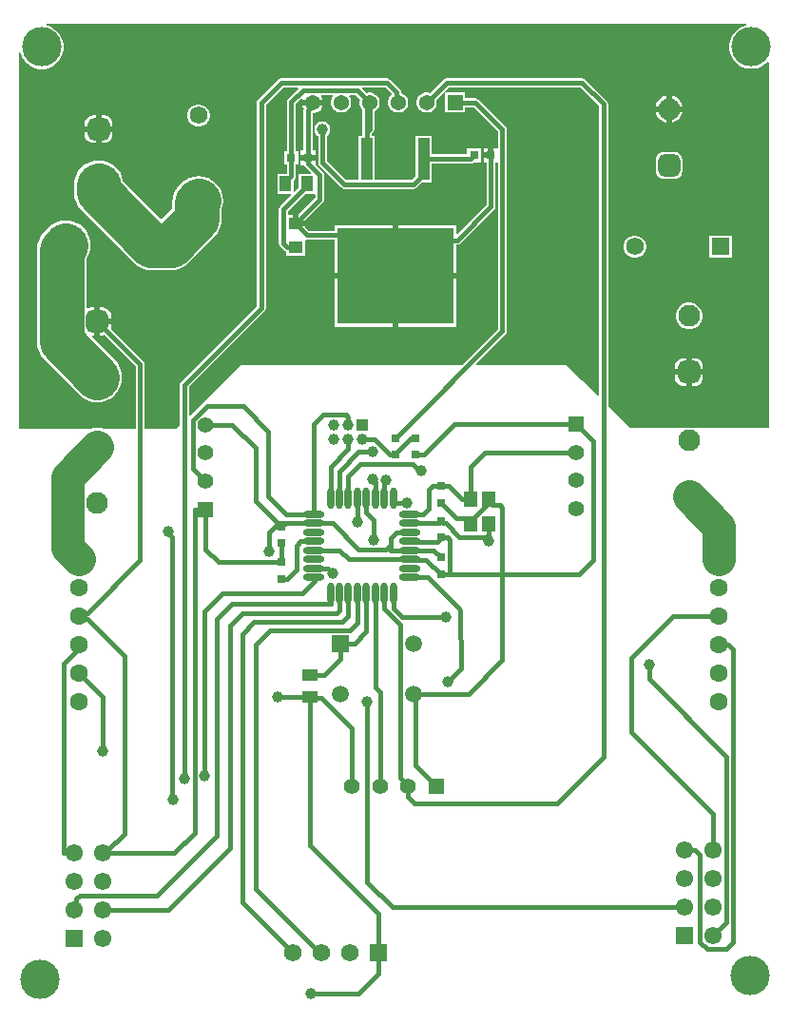
<source format=gtl>
G04*
G04 #@! TF.GenerationSoftware,Altium Limited,Altium Designer,24.1.2 (44)*
G04*
G04 Layer_Physical_Order=1*
G04 Layer_Color=255*
%FSLAX44Y44*%
%MOMM*%
G71*
G04*
G04 #@! TF.SameCoordinates,39C99C51-67B2-4763-82E7-AA0615DA2B54*
G04*
G04*
G04 #@! TF.FilePolarity,Positive*
G04*
G01*
G75*
%ADD17R,1.0200X3.7400*%
%ADD18R,1.0100X1.3800*%
%ADD19R,1.1500X1.4000*%
%ADD20R,0.8000X0.8000*%
%ADD21R,1.3000X1.1000*%
%ADD22R,0.8000X0.8000*%
%ADD23O,0.6000X1.9500*%
%ADD24O,1.9500X0.6000*%
%ADD25R,1.3800X1.0100*%
%ADD38R,1.4000X1.4000*%
%ADD39C,1.4000*%
%ADD40R,1.5700X1.5700*%
%ADD41C,1.5700*%
%ADD52R,1.4000X1.4000*%
%ADD58R,10.3700X8.5600*%
%ADD59C,3.0000*%
%ADD60C,0.3810*%
%ADD61C,4.0000*%
G04:AMPARAMS|DCode=62|XSize=1.95mm|YSize=1.95mm|CornerRadius=0.4875mm|HoleSize=0mm|Usage=FLASHONLY|Rotation=90.000|XOffset=0mm|YOffset=0mm|HoleType=Round|Shape=RoundedRectangle|*
%AMROUNDEDRECTD62*
21,1,1.9500,0.9750,0,0,90.0*
21,1,0.9750,1.9500,0,0,90.0*
1,1,0.9750,0.4875,0.4875*
1,1,0.9750,0.4875,-0.4875*
1,1,0.9750,-0.4875,-0.4875*
1,1,0.9750,-0.4875,0.4875*
%
%ADD62ROUNDEDRECTD62*%
%ADD63C,1.9500*%
%ADD64C,1.5500*%
%ADD65R,1.5500X1.5500*%
%ADD66C,1.3700*%
%ADD67R,1.3700X1.3700*%
%ADD68C,1.4980*%
%ADD69R,1.4980X1.4980*%
%ADD70C,1.5800*%
%ADD71R,1.5800X1.5800*%
%ADD72C,1.6000*%
G04:AMPARAMS|DCode=73|XSize=1.6mm|YSize=1.6mm|CornerRadius=0.4mm|HoleSize=0mm|Usage=FLASHONLY|Rotation=270.000|XOffset=0mm|YOffset=0mm|HoleType=Round|Shape=RoundedRectangle|*
%AMROUNDEDRECTD73*
21,1,1.6000,0.8000,0,0,270.0*
21,1,0.8000,1.6000,0,0,270.0*
1,1,0.8000,-0.4000,-0.4000*
1,1,0.8000,-0.4000,0.4000*
1,1,0.8000,0.4000,0.4000*
1,1,0.8000,0.4000,-0.4000*
%
%ADD73ROUNDEDRECTD73*%
%ADD74C,3.5000*%
%ADD75R,1.0000X1.0000*%
%ADD76C,1.0000*%
%ADD77R,1.5800X1.5800*%
%ADD78C,1.2700*%
G36*
X880179Y1092200D02*
X879163Y1091998D01*
X875608Y1090526D01*
X872409Y1088388D01*
X869688Y1085667D01*
X867551Y1082468D01*
X866078Y1078914D01*
X865328Y1075140D01*
Y1071293D01*
X866078Y1067519D01*
X867551Y1063965D01*
X869688Y1060766D01*
X872409Y1058045D01*
X875608Y1055908D01*
X879163Y1054435D01*
X882936Y1053685D01*
X886784D01*
X890557Y1054435D01*
X894112Y1055908D01*
X897311Y1058045D01*
X899160Y1059894D01*
X900430Y1059368D01*
Y1055908D01*
Y1037245D01*
Y1027329D01*
Y1015682D01*
Y1002495D01*
Y991346D01*
Y979344D01*
Y972615D01*
Y960162D01*
Y951644D01*
Y943211D01*
Y930910D01*
Y915732D01*
X900430Y902090D01*
Y894042D01*
Y887402D01*
Y874907D01*
Y845372D01*
Y835141D01*
Y816778D01*
Y798392D01*
Y792205D01*
Y763255D01*
Y761311D01*
Y734060D01*
X832175D01*
X830861Y734412D01*
X827759D01*
X826445Y734060D01*
X777240D01*
X757124Y753537D01*
Y1022350D01*
X756819Y1023886D01*
X755948Y1025188D01*
X736898Y1044238D01*
X735596Y1045109D01*
X734060Y1045414D01*
X613410D01*
X611874Y1045109D01*
X610572Y1044238D01*
X598405Y1032072D01*
X596799Y1032502D01*
X594461D01*
X592202Y1031897D01*
X590176Y1030727D01*
X588523Y1029074D01*
X587353Y1027048D01*
X586748Y1024789D01*
Y1022451D01*
X587353Y1020192D01*
X588523Y1018166D01*
X590176Y1016513D01*
X592202Y1015343D01*
X594461Y1014738D01*
X596799D01*
X599058Y1015343D01*
X601084Y1016513D01*
X602737Y1018166D01*
X603907Y1020192D01*
X604512Y1022451D01*
Y1024789D01*
X604082Y1026395D01*
X615073Y1037386D01*
X732397D01*
X749096Y1020687D01*
Y762938D01*
X747926Y762443D01*
X747087Y763255D01*
X719528Y789940D01*
X639916D01*
X639430Y791113D01*
X665778Y817462D01*
X666649Y818764D01*
X666954Y820300D01*
Y999490D01*
X666649Y1001026D01*
X665778Y1002328D01*
X641648Y1026458D01*
X640346Y1027329D01*
X638810Y1027634D01*
X629912D01*
Y1032502D01*
X612148D01*
Y1014738D01*
X629912D01*
Y1019606D01*
X637147D01*
X658926Y997827D01*
Y983170D01*
X655320D01*
Y976630D01*
X652780D01*
Y974090D01*
X646240D01*
Y970090D01*
X648766D01*
Y932573D01*
X623253Y907060D01*
X622080Y907546D01*
Y914660D01*
X570230D01*
Y871860D01*
X622080D01*
Y897139D01*
X623023D01*
X624560Y897445D01*
X625862Y898315D01*
X655618Y928072D01*
X656489Y929374D01*
X656794Y930910D01*
Y970090D01*
X658926D01*
Y821963D01*
X626903Y789940D01*
X431104D01*
X384914Y745193D01*
X383744Y745689D01*
Y770497D01*
X451148Y837902D01*
X452019Y839204D01*
X452324Y840740D01*
Y1021957D01*
X467753Y1037386D01*
X480885D01*
X481411Y1036116D01*
X472262Y1026966D01*
X471391Y1025664D01*
X471086Y1024128D01*
Y980376D01*
X469068D01*
Y968312D01*
X471086D01*
Y960162D01*
X462868D01*
Y942298D01*
X474460D01*
X474946Y941125D01*
X465284Y931462D01*
X464413Y930160D01*
X464108Y928624D01*
Y898144D01*
X464413Y896608D01*
X465284Y895306D01*
X468417Y892172D01*
X469720Y891302D01*
X470258Y891195D01*
Y887478D01*
X487322D01*
Y900679D01*
X488592Y901635D01*
X489290Y901496D01*
X513300D01*
Y871860D01*
X565150D01*
Y914660D01*
X513300D01*
Y909524D01*
X490953D01*
X487830Y912647D01*
Y913470D01*
X478790D01*
Y916010D01*
X476250D01*
Y924050D01*
X472136D01*
Y926961D01*
X487473Y942298D01*
X496032D01*
X496366Y941166D01*
Y939263D01*
X481330Y924227D01*
Y918550D01*
X487830D01*
Y919373D01*
X503218Y934761D01*
X504089Y936064D01*
X504394Y937600D01*
Y959238D01*
X504089Y960774D01*
X503218Y962076D01*
X496640Y968655D01*
Y971804D01*
X490100D01*
X483560D01*
Y967804D01*
X486510D01*
X487262Y966680D01*
X492606Y961335D01*
X492120Y960162D01*
X481868D01*
Y948047D01*
X478205Y944384D01*
X477032Y944870D01*
Y954485D01*
X477938Y955392D01*
X478809Y956694D01*
X479114Y958230D01*
Y968312D01*
X481132D01*
Y980376D01*
X479114D01*
Y1022465D01*
X483991Y1027343D01*
X485130Y1026685D01*
X484989Y1026160D01*
X494030D01*
X503071D01*
X502780Y1027244D01*
X501696Y1029123D01*
X502159Y1030393D01*
X511982D01*
X512468Y1029219D01*
X512323Y1029074D01*
X511153Y1027048D01*
X510548Y1024789D01*
Y1022451D01*
X511153Y1020192D01*
X512323Y1018166D01*
X513976Y1016513D01*
X516002Y1015343D01*
X518261Y1014738D01*
X520599D01*
X522858Y1015343D01*
X524884Y1016513D01*
X526537Y1018166D01*
X527707Y1020192D01*
X528312Y1022451D01*
Y1024789D01*
X527707Y1027048D01*
X526537Y1029074D01*
X526392Y1029219D01*
X526878Y1030393D01*
X532380D01*
X536378Y1026395D01*
X535948Y1024789D01*
Y1022451D01*
X536553Y1020192D01*
X537723Y1018166D01*
X538276Y1017613D01*
Y997204D01*
Y994152D01*
X535158D01*
Y954797D01*
X524080D01*
X506934Y971943D01*
Y994146D01*
X506947Y994154D01*
X508256Y995463D01*
X509182Y997066D01*
X509661Y998855D01*
Y1000706D01*
X509182Y1002495D01*
X508256Y1004098D01*
X506947Y1005408D01*
X505344Y1006333D01*
X503555Y1006813D01*
X501704D01*
X499915Y1006333D01*
X498312Y1005408D01*
X497002Y1004098D01*
X496077Y1002495D01*
X495597Y1000706D01*
Y998855D01*
X496077Y997066D01*
X497002Y995463D01*
X498312Y994154D01*
X498906Y993811D01*
Y970280D01*
X499211Y968744D01*
X500082Y967442D01*
X519579Y947944D01*
X520881Y947074D01*
X522417Y946769D01*
X583753D01*
X585289Y947074D01*
X586591Y947944D01*
X591335Y952688D01*
X600222D01*
Y969406D01*
X634570D01*
X636106Y969711D01*
X637408Y970582D01*
X637425Y970598D01*
X643812D01*
Y982662D01*
X631748D01*
Y977434D01*
X600222D01*
Y994152D01*
X585958D01*
Y958665D01*
X582090Y954797D01*
X549422D01*
Y994152D01*
X546304D01*
Y995541D01*
X547668Y996906D01*
X548539Y998208D01*
X548844Y999744D01*
Y1015682D01*
X550284Y1016513D01*
X551937Y1018166D01*
X553107Y1020192D01*
X553712Y1022451D01*
Y1024789D01*
X553107Y1027048D01*
X551937Y1029074D01*
X550284Y1030727D01*
X548258Y1031897D01*
X545999Y1032502D01*
X543661D01*
X542055Y1032072D01*
X538011Y1036116D01*
X538537Y1037386D01*
X558407D01*
X564065Y1031728D01*
X564776Y1030727D01*
X563123Y1029074D01*
X561953Y1027048D01*
X561348Y1024789D01*
Y1022451D01*
X561953Y1020192D01*
X563123Y1018166D01*
X564776Y1016513D01*
X566802Y1015343D01*
X569061Y1014738D01*
X571399D01*
X573658Y1015343D01*
X575684Y1016513D01*
X577337Y1018166D01*
X578507Y1020192D01*
X579112Y1022451D01*
Y1024789D01*
X578507Y1027048D01*
X577337Y1029074D01*
X575684Y1030727D01*
X573658Y1031897D01*
X572979Y1032079D01*
Y1032505D01*
X572674Y1034041D01*
X571804Y1035343D01*
X562908Y1044238D01*
X561606Y1045109D01*
X560070Y1045414D01*
X466090D01*
X464554Y1045109D01*
X463252Y1044238D01*
X445472Y1026458D01*
X444601Y1025156D01*
X444296Y1023620D01*
Y842403D01*
X376892Y774998D01*
X376021Y773696D01*
X375716Y772160D01*
Y736283D01*
X372110Y732790D01*
X344374D01*
Y790770D01*
X344069Y792306D01*
X343198Y793608D01*
X314364Y822443D01*
X314574Y824035D01*
Y826370D01*
X304760D01*
Y816556D01*
X307095D01*
X308687Y816766D01*
X336346Y789107D01*
Y732790D01*
X309091D01*
X308769Y732962D01*
X305559Y733936D01*
X302220Y734265D01*
X298881Y733936D01*
X295671Y732962D01*
X295349Y732790D01*
X232410D01*
Y1068678D01*
X233680Y1068803D01*
X233949Y1067453D01*
X235421Y1063898D01*
X237558Y1060699D01*
X240279Y1057979D01*
X243478Y1055841D01*
X247033Y1054369D01*
X250806Y1053618D01*
X254654D01*
X258427Y1054369D01*
X261982Y1055841D01*
X265181Y1057979D01*
X267901Y1060699D01*
X270039Y1063898D01*
X271511Y1067453D01*
X272262Y1071226D01*
Y1075074D01*
X271511Y1078847D01*
X270039Y1082402D01*
X267901Y1085601D01*
X265181Y1088322D01*
X261982Y1090459D01*
X258427Y1091931D01*
X257077Y1092200D01*
X257202Y1093470D01*
X880053D01*
X880179Y1092200D01*
D02*
G37*
%LPC*%
G36*
X814070Y1029783D02*
Y1020280D01*
X823573D01*
X822982Y1022484D01*
X821364Y1025286D01*
X819076Y1027574D01*
X816274Y1029192D01*
X814070Y1029783D01*
D02*
G37*
G36*
X808990D02*
X806786Y1029192D01*
X803984Y1027574D01*
X801696Y1025286D01*
X800078Y1022484D01*
X799487Y1020280D01*
X808990D01*
Y1029783D01*
D02*
G37*
G36*
X823573Y1015200D02*
X814070D01*
Y1005697D01*
X816274Y1006287D01*
X819076Y1007906D01*
X821364Y1010194D01*
X822982Y1012996D01*
X823573Y1015200D01*
D02*
G37*
G36*
X808990D02*
X799487D01*
X800078Y1012996D01*
X801696Y1010194D01*
X803984Y1007906D01*
X806786Y1006287D01*
X808990Y1005697D01*
Y1015200D01*
D02*
G37*
G36*
X308405Y1012314D02*
X306070D01*
Y1002500D01*
X315884D01*
Y1004835D01*
X315629Y1006771D01*
X314882Y1008575D01*
X313693Y1010124D01*
X312145Y1011312D01*
X310341Y1012059D01*
X308405Y1012314D01*
D02*
G37*
G36*
X300990D02*
X298655D01*
X296719Y1012059D01*
X294916Y1011312D01*
X293367Y1010124D01*
X292178Y1008575D01*
X291431Y1006771D01*
X291176Y1004835D01*
Y1002500D01*
X300990D01*
Y1012314D01*
D02*
G37*
G36*
X393738Y1022122D02*
X391122D01*
X388596Y1021445D01*
X386332Y1020138D01*
X384482Y1018288D01*
X383175Y1016024D01*
X382498Y1013498D01*
Y1010882D01*
X383175Y1008356D01*
X384482Y1006092D01*
X386332Y1004242D01*
X388596Y1002935D01*
X391122Y1002258D01*
X393738D01*
X396264Y1002935D01*
X398528Y1004242D01*
X400378Y1006092D01*
X401685Y1008356D01*
X402362Y1010882D01*
Y1013498D01*
X401685Y1016024D01*
X400378Y1018288D01*
X398528Y1020138D01*
X396264Y1021445D01*
X393738Y1022122D01*
D02*
G37*
G36*
X315884Y997420D02*
X306070D01*
Y987606D01*
X308405D01*
X310341Y987861D01*
X312145Y988608D01*
X313693Y989797D01*
X314882Y991346D01*
X315629Y993150D01*
X315884Y995085D01*
Y997420D01*
D02*
G37*
G36*
X300990D02*
X291176D01*
Y995085D01*
X291431Y993150D01*
X292178Y991346D01*
X293367Y989797D01*
X294916Y988608D01*
X296719Y987861D01*
X298655Y987606D01*
X300990D01*
Y997420D01*
D02*
G37*
G36*
X650240Y983170D02*
X646240D01*
Y979170D01*
X650240D01*
Y983170D01*
D02*
G37*
G36*
X503071Y1021080D02*
X494030D01*
X484989D01*
X485280Y1019996D01*
X486320Y1018193D01*
X486086Y1017014D01*
Y980884D01*
X483560D01*
Y976884D01*
X490100D01*
X496640D01*
Y980884D01*
X494114D01*
Y1014230D01*
X495266D01*
X497654Y1014870D01*
X499796Y1016106D01*
X501544Y1017854D01*
X502780Y1019996D01*
X503071Y1021080D01*
D02*
G37*
G36*
X816405Y979582D02*
X806655D01*
X804852Y979344D01*
X803172Y978648D01*
X801729Y977541D01*
X800622Y976098D01*
X799926Y974418D01*
X799688Y972615D01*
Y962865D01*
X799926Y961062D01*
X800622Y959382D01*
X801729Y957939D01*
X803172Y956832D01*
X804852Y956136D01*
X806655Y955898D01*
X816405D01*
X818208Y956136D01*
X819888Y956832D01*
X821331Y957939D01*
X822438Y959382D01*
X823134Y961062D01*
X823372Y962865D01*
Y972615D01*
X823134Y974418D01*
X822438Y976098D01*
X821331Y977541D01*
X819888Y978648D01*
X818208Y979344D01*
X816405Y979582D01*
D02*
G37*
G36*
X867182Y905282D02*
X847318D01*
Y885418D01*
X867182D01*
Y905282D01*
D02*
G37*
G36*
X782358D02*
X779742D01*
X777216Y904605D01*
X774952Y903298D01*
X773102Y901448D01*
X771795Y899184D01*
X771118Y896658D01*
Y894042D01*
X771795Y891516D01*
X773102Y889252D01*
X774952Y887402D01*
X777216Y886095D01*
X779742Y885418D01*
X782358D01*
X784884Y886095D01*
X787148Y887402D01*
X788998Y889252D01*
X790305Y891516D01*
X790982Y894042D01*
Y896658D01*
X790305Y899184D01*
X788998Y901448D01*
X787148Y903298D01*
X784884Y904605D01*
X782358Y905282D01*
D02*
G37*
G36*
X303530Y972099D02*
X299211Y971673D01*
X295058Y970413D01*
X291231Y968368D01*
X287876Y965614D01*
X285122Y962260D01*
X283077Y958432D01*
X281817Y954279D01*
X281391Y949960D01*
Y943610D01*
X281817Y939291D01*
X283077Y935138D01*
X285122Y931311D01*
X287876Y927956D01*
X334866Y880966D01*
X338220Y878212D01*
X342048Y876167D01*
X346201Y874907D01*
X350520Y874481D01*
X367729D01*
X372048Y874907D01*
X376201Y876167D01*
X380028Y878212D01*
X383383Y880966D01*
X406814Y904397D01*
X409568Y907752D01*
X411613Y911579D01*
X412873Y915732D01*
X413299Y920051D01*
Y928887D01*
X414143Y931671D01*
X414569Y935990D01*
X414143Y940309D01*
X412883Y944462D01*
X410838Y948289D01*
X408084Y951644D01*
X404729Y954398D01*
X400902Y956443D01*
X396749Y957703D01*
X392430Y958129D01*
X388111Y957703D01*
X383958Y956443D01*
X380131Y954398D01*
X376776Y951644D01*
X375506Y950374D01*
X372752Y947020D01*
X370707Y943192D01*
X369447Y939039D01*
X369021Y934720D01*
Y929222D01*
X359124Y919324D01*
X325360Y953088D01*
X325243Y954279D01*
X323983Y958432D01*
X321938Y962260D01*
X319184Y965614D01*
X315830Y968368D01*
X312002Y970413D01*
X307849Y971673D01*
X303530Y972099D01*
D02*
G37*
G36*
X307095Y841264D02*
X304760D01*
Y831450D01*
X314574D01*
Y833785D01*
X314319Y835721D01*
X313572Y837525D01*
X312383Y839074D01*
X310834Y840262D01*
X309031Y841009D01*
X307095Y841264D01*
D02*
G37*
G36*
X622080Y866780D02*
X570230D01*
Y823980D01*
X622080D01*
Y866780D01*
D02*
G37*
G36*
X565150D02*
X513300D01*
Y823980D01*
X565150D01*
Y866780D01*
D02*
G37*
G36*
X830861Y845372D02*
X827759D01*
X824762Y844569D01*
X822076Y843018D01*
X819882Y840824D01*
X818331Y838138D01*
X817528Y835141D01*
Y832039D01*
X818331Y829042D01*
X819882Y826356D01*
X822076Y824162D01*
X824762Y822611D01*
X827759Y821808D01*
X830861D01*
X833858Y822611D01*
X836544Y824162D01*
X838738Y826356D01*
X840289Y829042D01*
X841092Y832039D01*
Y835141D01*
X840289Y838138D01*
X838738Y840824D01*
X836544Y843018D01*
X833858Y844569D01*
X830861Y845372D01*
D02*
G37*
G36*
X834185Y795944D02*
X831850D01*
Y786130D01*
X841664D01*
Y788465D01*
X841409Y790401D01*
X840662Y792205D01*
X839473Y793753D01*
X837924Y794942D01*
X836121Y795689D01*
X834185Y795944D01*
D02*
G37*
G36*
X826770D02*
X824435D01*
X822499Y795689D01*
X820695Y794942D01*
X819147Y793753D01*
X817958Y792205D01*
X817211Y790401D01*
X816956Y788465D01*
Y786130D01*
X826770D01*
Y795944D01*
D02*
G37*
G36*
X841664Y781050D02*
X831850D01*
Y771236D01*
X834185D01*
X836121Y771491D01*
X837924Y772238D01*
X839473Y773427D01*
X840662Y774976D01*
X841409Y776779D01*
X841664Y778715D01*
Y781050D01*
D02*
G37*
G36*
X826770D02*
X816956D01*
Y778715D01*
X817211Y776779D01*
X817958Y774976D01*
X819147Y773427D01*
X820695Y772238D01*
X822499Y771491D01*
X824435Y771236D01*
X826770D01*
Y781050D01*
D02*
G37*
G36*
X274320Y918759D02*
X270001Y918333D01*
X265848Y917073D01*
X262020Y915028D01*
X258666Y912274D01*
X254783Y908392D01*
X252030Y905037D01*
X249984Y901210D01*
X248725Y897057D01*
X248299Y892738D01*
Y810692D01*
X248725Y806373D01*
X249984Y802220D01*
X252030Y798392D01*
X254783Y795038D01*
X286565Y763255D01*
X289920Y760502D01*
X293748Y758456D01*
X297901Y757197D01*
X302220Y756771D01*
X306539Y757197D01*
X310692Y758456D01*
X314519Y760502D01*
X317874Y763255D01*
X320627Y766610D01*
X322673Y770438D01*
X323933Y774591D01*
X324358Y778910D01*
X323933Y783229D01*
X322673Y787382D01*
X320627Y791209D01*
X317874Y794564D01*
X297016Y815423D01*
X297678Y816556D01*
X299680D01*
Y828910D01*
Y841264D01*
X297345D01*
X295409Y841009D01*
X293846Y840362D01*
X292576Y840893D01*
Y884136D01*
X292728Y884321D01*
X294773Y888148D01*
X296033Y892301D01*
X296459Y896620D01*
X296033Y900939D01*
X294773Y905092D01*
X292728Y908920D01*
X289974Y912274D01*
X286619Y915028D01*
X282792Y917073D01*
X278639Y918333D01*
X274320Y918759D01*
D02*
G37*
%LPD*%
D17*
X542290Y973420D02*
D03*
X593090D02*
D03*
D18*
X469950Y951230D02*
D03*
X488950D02*
D03*
D19*
X634620Y670130D02*
D03*
Y648130D02*
D03*
X650620D02*
D03*
Y670130D02*
D03*
D20*
X652780Y976630D02*
D03*
X637780D02*
D03*
X490100Y974344D02*
D03*
X475100D02*
D03*
D21*
X478790Y916010D02*
D03*
Y895010D02*
D03*
D22*
X567690Y725050D02*
D03*
Y710050D02*
D03*
X585470Y709930D02*
D03*
Y724930D02*
D03*
X608330Y666990D02*
D03*
Y681990D02*
D03*
Y636270D02*
D03*
Y651270D02*
D03*
X466090Y631310D02*
D03*
Y646310D02*
D03*
X608330Y603490D02*
D03*
Y618490D02*
D03*
X466090Y614560D02*
D03*
Y599560D02*
D03*
D23*
X565890Y586470D02*
D03*
X557890D02*
D03*
X549890D02*
D03*
X541890D02*
D03*
X533890D02*
D03*
X525890D02*
D03*
X517890D02*
D03*
X509890D02*
D03*
Y671470D02*
D03*
X517890D02*
D03*
X525890D02*
D03*
X533890D02*
D03*
X541890D02*
D03*
X549890D02*
D03*
X557890D02*
D03*
X565890D02*
D03*
D24*
X495390Y600970D02*
D03*
Y608970D02*
D03*
Y616970D02*
D03*
Y624970D02*
D03*
Y632970D02*
D03*
Y640970D02*
D03*
Y648970D02*
D03*
Y656970D02*
D03*
X580390D02*
D03*
Y648970D02*
D03*
Y640970D02*
D03*
Y632970D02*
D03*
Y624970D02*
D03*
Y616970D02*
D03*
Y608970D02*
D03*
Y600970D02*
D03*
D25*
X491490Y513690D02*
D03*
Y494690D02*
D03*
D38*
X603920Y415120D02*
D03*
D39*
X578920D02*
D03*
X553920D02*
D03*
X528920D02*
D03*
X728980Y662070D02*
D03*
Y687070D02*
D03*
Y712070D02*
D03*
X398780Y686600D02*
D03*
Y711600D02*
D03*
Y736600D02*
D03*
D40*
X552450Y266700D02*
D03*
D41*
X527050D02*
D03*
X501650D02*
D03*
X476250D02*
D03*
D52*
X728980Y737070D02*
D03*
X398780Y661600D02*
D03*
D58*
X567690Y869320D02*
D03*
D59*
X829310Y672630D02*
X855980Y645960D01*
Y617220D02*
Y645960D01*
X275438Y627532D02*
Y690368D01*
Y627532D02*
X285750Y617220D01*
X275438Y690368D02*
X302220Y717150D01*
D60*
X568965Y1024885D02*
X570230Y1023620D01*
X568965Y1024885D02*
Y1032505D01*
X466090Y1041400D02*
X560070D01*
X568965Y1032505D01*
X448310Y1023620D02*
X466090Y1041400D01*
X734060D02*
X753110Y1022350D01*
X595630Y1023620D02*
X613410Y1041400D01*
X734060D01*
X379730Y772160D02*
X448310Y840740D01*
Y1023620D01*
X379730Y670478D02*
X379937Y670271D01*
Y421640D02*
Y670271D01*
X379730Y670478D02*
Y772160D01*
X387843Y697537D02*
Y741130D01*
X399823Y753110D01*
X432054D01*
X387843Y697537D02*
X398780Y686600D01*
X414020Y586740D02*
X484886D01*
X355600Y317500D02*
X408987Y370887D01*
X290830Y566420D02*
Y568202D01*
X495554Y597408D02*
Y600970D01*
X388874Y661600D02*
X398780D01*
X397811Y424180D02*
Y570531D01*
X388874Y373634D02*
Y661600D01*
X422402Y577342D02*
X509890D01*
X408987Y563927D02*
X422402Y577342D01*
X397811Y570531D02*
X414020Y586740D01*
X408987Y370887D02*
Y563927D01*
X370840Y355600D02*
X388874Y373634D01*
X495554Y597408D02*
Y600970D01*
X475100Y958230D02*
Y974344D01*
Y1024128D01*
X485379Y1034407D01*
X534043D01*
X542290Y997204D02*
Y1026160D01*
X502920Y970280D02*
Y999490D01*
X534043Y1034407D02*
X542290Y1026160D01*
X502629Y999781D02*
X502920Y999490D01*
X365713Y639675D02*
Y641350D01*
X368808Y403352D02*
X369570Y402590D01*
X365713Y639675D02*
X368808Y636580D01*
Y403352D02*
Y636580D01*
X495300Y656970D02*
Y737362D01*
X470790Y656970D02*
X495390D01*
X578920Y405838D02*
Y415535D01*
X565890Y667004D02*
X578151D01*
X596640Y600970D02*
X624724Y572886D01*
X625817Y571793D01*
X272288Y355600D02*
Y523748D01*
X463296Y648970D02*
X470417D01*
X542290Y997204D02*
Y1026160D01*
X463296Y648970D02*
X470417D01*
X272288Y355600D02*
Y523748D01*
X489290Y905510D02*
X531500D01*
X326390Y372364D02*
Y530860D01*
X307340Y356867D02*
X310893D01*
Y355600D02*
X370840D01*
X422402Y577342D02*
X509890D01*
X565890Y667004D02*
X578151D01*
X490100Y974344D02*
Y1017014D01*
Y969518D02*
Y974344D01*
X302220Y828910D02*
X340360Y790770D01*
X307340Y445770D02*
Y494030D01*
X285750Y515620D02*
X307340Y494030D01*
X492760Y229870D02*
X534670D01*
X552450Y247650D01*
X491490Y361950D02*
X552450Y300990D01*
Y266700D02*
Y300990D01*
X491490Y361950D02*
Y494690D01*
X552450Y247650D02*
Y266700D01*
X492373Y493807D02*
X501873D01*
X491490Y494690D02*
X492373Y493807D01*
X463042Y494690D02*
X491490D01*
X443230Y323208D02*
Y541020D01*
X499738Y266700D02*
X501650D01*
X443230Y323208D02*
X499738Y266700D01*
X431323Y311627D02*
X476250Y266700D01*
X542290Y997204D02*
X544830Y999744D01*
Y1023620D01*
X542290Y973420D02*
Y997204D01*
X634570Y973420D02*
X637780Y976630D01*
X593090Y973420D02*
X634570D01*
X293162Y568752D02*
X340360Y615950D01*
Y790770D01*
X285750Y566420D02*
X290830D01*
Y568202D02*
X291381Y568752D01*
X293162D01*
X778256Y529336D02*
X815340Y566420D01*
X778256Y462788D02*
Y529336D01*
X815340Y566420D02*
X855980D01*
X793750Y510540D02*
Y523240D01*
Y510540D02*
X862838Y441452D01*
Y293878D02*
Y441452D01*
X778256Y462788D02*
X850900Y390144D01*
X583753Y950783D02*
X589595Y956625D01*
X522417Y950783D02*
X583753D01*
X593090Y959820D02*
Y973420D01*
X589895Y956625D02*
X593090Y959820D01*
X589595Y956625D02*
X589895D01*
X502920Y970280D02*
X522417Y950783D01*
X585817Y433223D02*
Y496367D01*
Y433223D02*
X603920Y415120D01*
X585817Y496367D02*
X586380Y496930D01*
X632820D01*
X583680D02*
X586380D01*
X572008Y422447D02*
Y558800D01*
Y422447D02*
X578920Y415535D01*
X466090Y646310D02*
X468185Y648405D01*
X460636Y646310D02*
X466090D01*
X460636D02*
X463296Y648970D01*
X455168Y640842D02*
X460636Y646310D01*
X483385Y920605D02*
X500380Y937600D01*
X490100Y969518D02*
X500380Y959238D01*
Y937600D02*
Y959238D01*
X479790Y916010D02*
X483385Y919605D01*
Y920605D01*
X478790Y916010D02*
X479790D01*
X469950Y953080D02*
X475100Y958230D01*
X469950Y951230D02*
Y953080D01*
X454660Y673100D02*
Y730504D01*
Y673100D02*
X470790Y656970D01*
X432054Y753110D02*
X454660Y730504D01*
X443350Y668916D02*
X463296Y648970D01*
X443350Y668916D02*
Y715906D01*
X535225Y625555D02*
X559562D01*
X511810Y648970D02*
X535225Y625555D01*
X495390Y648970D02*
X511810D01*
X470417D02*
X495390D01*
X518030Y624970D02*
X526030Y616970D01*
X580390D01*
X495390Y624970D02*
X518030D01*
X565150Y307340D02*
X825500D01*
X542798Y329692D02*
X565150Y307340D01*
X542798Y329692D02*
Y490220D01*
X850900Y281940D02*
X862838Y293878D01*
X862330Y270002D02*
X868680Y276352D01*
X864108Y541020D02*
X868680Y536448D01*
Y276352D02*
Y536448D01*
X855980Y541020D02*
X864108D01*
X845312Y270002D02*
X862330D01*
X838962Y276352D02*
X845312Y270002D01*
X455930Y553720D02*
X527050D01*
X533890Y560560D01*
X443230Y541020D02*
X455930Y553720D01*
X293162Y564088D02*
X326390Y530860D01*
X310893Y356867D02*
X326390Y372364D01*
X625839Y570246D02*
X626532Y521458D01*
X580390Y600970D02*
X596640D01*
X625817Y571793D02*
X625839Y570246D01*
X614680Y508000D02*
X626532Y519852D01*
Y521458D01*
X548640Y634492D02*
Y652018D01*
X495390Y608970D02*
X507868D01*
X541890Y658768D02*
X548640Y652018D01*
X533890Y650222D02*
Y671470D01*
X507868Y608970D02*
X512064Y604774D01*
X541890Y658768D02*
Y671470D01*
X542575Y490443D02*
X542798Y490220D01*
X565890Y573180D02*
X573710Y565360D01*
X612996D01*
X285750Y537722D02*
Y541020D01*
X272288Y523748D02*
X281767Y533227D01*
Y533738D01*
X285750Y537722D01*
X290830Y564638D02*
X291381Y564088D01*
X293162D01*
X455168Y623570D02*
Y640842D01*
X272288Y355600D02*
X281940D01*
X838962Y276352D02*
Y353568D01*
X834390Y358140D02*
X838962Y353568D01*
X825500Y358140D02*
X834390D01*
X565890Y573180D02*
Y586470D01*
X549890Y671470D02*
Y686074D01*
X547624Y688340D02*
X549890Y686074D01*
X850900Y358140D02*
Y390144D01*
X580390Y624970D02*
X601850D01*
X563927D02*
X580390D01*
X650620Y668880D02*
Y670130D01*
Y667002D02*
Y668880D01*
X608330Y681990D02*
X615442D01*
X600710D02*
X608330D01*
X654465Y665035D02*
X660708D01*
X650620Y668880D02*
X654465Y665035D01*
X662940Y603490D02*
Y662803D01*
X660708Y665035D02*
X662940Y662803D01*
X744220Y616190D02*
Y721830D01*
X728980Y737070D02*
X744220Y721830D01*
X731520Y603490D02*
X744220Y616190D01*
X711962Y399542D02*
X753110Y440690D01*
Y1022350D01*
X490100Y1017014D02*
X494030Y1020944D01*
Y1023620D01*
X585216Y399542D02*
X711962D01*
X307340Y355600D02*
Y356867D01*
X468185Y648405D02*
X469852D01*
X470417Y648970D01*
X536702Y701802D02*
X583033D01*
X525890Y690990D02*
X536702Y701802D01*
X525890Y671470D02*
Y690990D01*
X597450Y662220D02*
Y678730D01*
X600710Y681990D01*
X580390Y656970D02*
X592200D01*
X597450Y662220D01*
X580530Y632830D02*
X604890D01*
X608330Y636270D01*
X614172D01*
X595269Y616551D02*
X608330Y603490D01*
X580809Y616551D02*
X595269D01*
X601850Y624970D02*
X608330Y618490D01*
X580390Y616970D02*
X580809Y616551D01*
X634620Y649380D02*
Y651002D01*
X630775Y653225D02*
X634620Y649380D01*
X622095Y653225D02*
X630775D01*
X634620Y648130D02*
Y649380D01*
X608330Y666990D02*
X622095Y653225D01*
X533890Y560560D02*
Y586470D01*
X431323Y311627D02*
Y550703D01*
X286512Y317500D02*
X355600D01*
X283587Y306447D02*
Y314575D01*
X281940Y304800D02*
X283587Y306447D01*
Y314575D02*
X286512Y317500D01*
X307340Y304800D02*
X365760D01*
X420370Y359410D02*
Y557530D01*
X365760Y304800D02*
X420370Y359410D01*
Y557530D02*
X431800Y568960D01*
X509890Y577342D02*
Y586470D01*
X495390Y600970D02*
X495554D01*
X484886Y586740D02*
X495554Y597408D01*
X410076Y614560D02*
X466090D01*
X431800Y568960D02*
X515659D01*
X431323Y550703D02*
X441960Y561340D01*
X528920Y415120D02*
Y466760D01*
X501873Y493807D02*
X528920Y466760D01*
X606785Y649175D02*
X608330Y651270D01*
X580390Y648970D02*
X606287D01*
X606785Y649175D01*
X634620Y651002D02*
X650620Y667002D01*
X485805Y946235D02*
X488950Y949380D01*
Y951230D01*
X468122Y928624D02*
X485733Y946235D01*
X485805D01*
X468122Y898144D02*
Y928624D01*
X478790Y916010D02*
X489290Y905510D01*
X531500D02*
X567690Y869320D01*
X599523Y901153D01*
X623023D02*
X652780Y930910D01*
X599523Y901153D02*
X623023D01*
X652780Y930910D02*
Y976630D01*
X662940Y820300D02*
Y999490D01*
X567690Y725050D02*
X662940Y820300D01*
X638810Y1023620D02*
X662940Y999490D01*
X593344Y709930D02*
X620484Y737070D01*
X728980D01*
X585470Y709930D02*
X593344D01*
X621030Y1023620D02*
X638810D01*
X565890Y667004D02*
Y671470D01*
X612697Y649175D02*
X624840Y637032D01*
X608330Y651270D02*
X610425Y649175D01*
X612697D01*
X614412Y603490D02*
X662940D01*
X632820Y496930D02*
X662940Y527050D01*
Y603490D01*
X731520D01*
X650620Y633476D02*
Y639444D01*
X441960Y561340D02*
X520573D01*
X525890Y566657D01*
X517890Y571192D02*
Y586470D01*
X515659Y568960D02*
X517890Y571192D01*
X583033Y701802D02*
X588875Y695960D01*
X590550D01*
X563927Y624970D02*
Y629920D01*
X559562Y625555D02*
X563927Y629920D01*
Y635937D01*
X608330Y603490D02*
X614412D01*
X483616Y632970D02*
X495390D01*
X479552Y628906D02*
X483616Y632970D01*
X479552Y607688D02*
Y628906D01*
X471424Y599560D02*
X479552Y607688D01*
X466090Y599560D02*
X471424D01*
X563927Y635937D02*
X568960Y640970D01*
X580390D01*
X398780Y736600D02*
X422656D01*
X443350Y715906D01*
X549890Y502632D02*
Y586470D01*
Y502632D02*
X553920Y498602D01*
Y415120D02*
Y498602D01*
X650620Y639444D02*
Y648130D01*
X648208Y637032D02*
X650620Y639444D01*
X624840Y637032D02*
X648208D01*
X509890Y671470D02*
Y699421D01*
X525780Y715311D01*
Y723900D01*
X398780Y625856D02*
X410076Y614560D01*
X398780Y625856D02*
Y661600D01*
X466090Y614560D02*
Y631310D01*
X614412Y603490D02*
X616458Y605536D01*
Y633984D01*
X614172Y636270D02*
X616458Y633984D01*
X557890Y685906D02*
X559054Y687070D01*
X557890Y671470D02*
Y685906D01*
X535178Y712724D02*
X547624D01*
X517890Y695436D02*
X535178Y712724D01*
X517890Y671470D02*
Y695436D01*
X471256Y895010D02*
X478790D01*
X468122Y898144D02*
X471256Y895010D01*
X541890Y552704D02*
Y586470D01*
X531116Y541930D02*
X541890Y552704D01*
X518680Y541930D02*
X531116D01*
X518680Y528320D02*
Y541930D01*
X504050Y513690D02*
X518680Y528320D01*
X491490Y513690D02*
X504050D01*
X538480Y723900D02*
X549148D01*
X562998Y710050D01*
X567690D01*
X581152Y724930D02*
X585470D01*
X567690Y711468D02*
X581152Y724930D01*
X567690Y710050D02*
Y711468D01*
X525890Y566657D02*
Y586470D01*
X578920Y405838D02*
X585216Y399542D01*
X557890Y572918D02*
X572008Y558800D01*
X557890Y572918D02*
Y586470D01*
X634620Y670130D02*
Y699008D01*
X647682Y712070D01*
X728980D01*
X627302Y670130D02*
X634620D01*
X615442Y681990D02*
X627302Y670130D01*
X525780Y736600D02*
Y743712D01*
X523494Y745998D02*
X525780Y743712D01*
X503936Y745998D02*
X523494D01*
X495300Y737362D02*
X503936Y745998D01*
D61*
X391160Y920051D02*
Y934720D01*
X392430Y935990D01*
X367729Y896620D02*
X391160Y920051D01*
X350520Y896620D02*
X367729D01*
X303530Y943610D02*
Y949960D01*
Y943610D02*
X350520Y896620D01*
X270438Y892738D02*
X274320Y896620D01*
X270438Y810692D02*
X302220Y778910D01*
X270438Y810692D02*
Y892738D01*
D62*
X829310Y672630D02*
D03*
X302220Y828910D02*
D03*
Y717150D02*
D03*
X811530Y967740D02*
D03*
X303530Y999960D02*
D03*
X829310Y783590D02*
D03*
D63*
Y722630D02*
D03*
X302220Y778910D02*
D03*
Y667150D02*
D03*
X811530Y1017740D02*
D03*
X303530Y949960D02*
D03*
X829310Y833590D02*
D03*
D64*
X281940Y304800D02*
D03*
Y330200D02*
D03*
Y355600D02*
D03*
X307340Y279400D02*
D03*
Y304800D02*
D03*
Y330200D02*
D03*
Y355600D02*
D03*
X850900Y358140D02*
D03*
Y332740D02*
D03*
Y307340D02*
D03*
Y281940D02*
D03*
X825500Y358140D02*
D03*
Y332740D02*
D03*
Y307340D02*
D03*
D65*
X281940Y279400D02*
D03*
X825500Y281940D02*
D03*
D66*
X494030Y1023620D02*
D03*
X519430D02*
D03*
X544830D02*
D03*
X570230D02*
D03*
X595630D02*
D03*
D67*
X621030D02*
D03*
D68*
X583680Y496930D02*
D03*
X518680D02*
D03*
X583680Y541930D02*
D03*
D69*
X518680D02*
D03*
D70*
X781050Y895350D02*
D03*
X350520Y896620D02*
D03*
X392430Y1012190D02*
D03*
D71*
X857250Y895350D02*
D03*
X274320Y896620D02*
D03*
D72*
X285750Y490220D02*
D03*
Y515620D02*
D03*
Y566420D02*
D03*
Y591820D02*
D03*
Y541020D02*
D03*
X855980Y490220D02*
D03*
Y515620D02*
D03*
Y566420D02*
D03*
Y591820D02*
D03*
Y541020D02*
D03*
D73*
X285750Y617220D02*
D03*
X855980D02*
D03*
D74*
X883590Y246446D02*
D03*
X251460Y242570D02*
D03*
X884860Y1073216D02*
D03*
X252730Y1073150D02*
D03*
D75*
X538480Y736600D02*
D03*
D76*
Y723900D02*
D03*
X525780Y736600D02*
D03*
Y723900D02*
D03*
X513080Y736600D02*
D03*
Y723900D02*
D03*
X397811Y424180D02*
D03*
X502629Y999781D02*
D03*
X365713Y641350D02*
D03*
X379937Y421640D02*
D03*
X369570Y402590D02*
D03*
X307340Y445770D02*
D03*
X492760Y229870D02*
D03*
X793750Y523240D02*
D03*
X614680Y508000D02*
D03*
X548640Y634492D02*
D03*
X512064Y604774D02*
D03*
X533890Y650222D02*
D03*
X542575Y490443D02*
D03*
X612996Y565360D02*
D03*
X455168Y623570D02*
D03*
X463042Y494690D02*
D03*
X547624Y688340D02*
D03*
X578151Y667004D02*
D03*
X650620Y633476D02*
D03*
X590550Y695960D02*
D03*
X559054Y687070D02*
D03*
X547624Y712724D02*
D03*
D77*
X392430Y935990D02*
D03*
D78*
X500000Y880000D02*
D03*
Y920001D02*
D03*
Y840000D02*
D03*
X640000Y960001D02*
D03*
Y880000D02*
D03*
Y840000D02*
D03*
X620000Y960001D02*
D03*
X630000Y940001D02*
D03*
Y860000D02*
D03*
Y820000D02*
D03*
X620000Y800000D02*
D03*
X610000Y940001D02*
D03*
X600000Y800000D02*
D03*
X590000Y940001D02*
D03*
X580000Y800000D02*
D03*
X570000Y940001D02*
D03*
X560000Y800000D02*
D03*
X550000Y940001D02*
D03*
X540000Y800000D02*
D03*
X530000Y940001D02*
D03*
X520000Y800000D02*
D03*
X500000D02*
D03*
M02*

</source>
